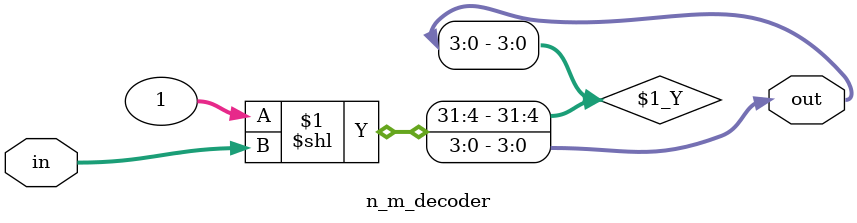
<source format=v>
module n_m_decoder(in,out);
parameter n=2;
parameter m=4;

input [n-1:0]in;
output [m-1:0]out;

assign out = (1<<in);

endmodule

</source>
